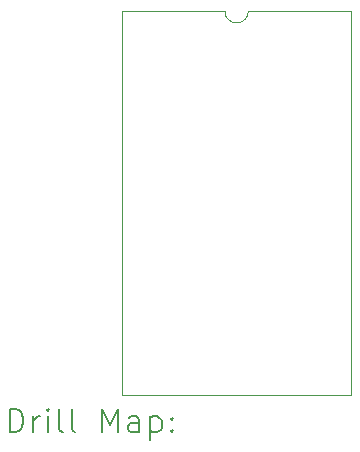
<source format=gbr>
%TF.GenerationSoftware,KiCad,Pcbnew,9.0.0*%
%TF.CreationDate,2025-03-05T17:01:48+13:00*%
%TF.ProjectId,SOIC-24_to_DIP-24_adapter,534f4943-2d32-4345-9f74-6f5f4449502d,rev?*%
%TF.SameCoordinates,Original*%
%TF.FileFunction,Drillmap*%
%TF.FilePolarity,Positive*%
%FSLAX45Y45*%
G04 Gerber Fmt 4.5, Leading zero omitted, Abs format (unit mm)*
G04 Created by KiCad (PCBNEW 9.0.0) date 2025-03-05 17:01:48*
%MOMM*%
%LPD*%
G01*
G04 APERTURE LIST*
%ADD10C,0.100000*%
%ADD11C,0.200000*%
G04 APERTURE END LIST*
D10*
X16245000Y-11700000D02*
X14300000Y-11700000D01*
X16245000Y-8450000D02*
X16245000Y-11700000D01*
X15372500Y-8450000D02*
G75*
G02*
X15172500Y-8450000I-100000J0D01*
G01*
X15172500Y-8450000D02*
X14300000Y-8450000D01*
X16245000Y-8450000D02*
X15372500Y-8450000D01*
X14300000Y-11700000D02*
X14300000Y-8450000D01*
D11*
X13352217Y-12016484D02*
X13352217Y-11816484D01*
X13352217Y-11816484D02*
X13399836Y-11816484D01*
X13399836Y-11816484D02*
X13428407Y-11826008D01*
X13428407Y-11826008D02*
X13447455Y-11845055D01*
X13447455Y-11845055D02*
X13456979Y-11864103D01*
X13456979Y-11864103D02*
X13466503Y-11902198D01*
X13466503Y-11902198D02*
X13466503Y-11930769D01*
X13466503Y-11930769D02*
X13456979Y-11968865D01*
X13456979Y-11968865D02*
X13447455Y-11987912D01*
X13447455Y-11987912D02*
X13428407Y-12006960D01*
X13428407Y-12006960D02*
X13399836Y-12016484D01*
X13399836Y-12016484D02*
X13352217Y-12016484D01*
X13552217Y-12016484D02*
X13552217Y-11883150D01*
X13552217Y-11921246D02*
X13561741Y-11902198D01*
X13561741Y-11902198D02*
X13571265Y-11892674D01*
X13571265Y-11892674D02*
X13590312Y-11883150D01*
X13590312Y-11883150D02*
X13609360Y-11883150D01*
X13676026Y-12016484D02*
X13676026Y-11883150D01*
X13676026Y-11816484D02*
X13666503Y-11826008D01*
X13666503Y-11826008D02*
X13676026Y-11835531D01*
X13676026Y-11835531D02*
X13685550Y-11826008D01*
X13685550Y-11826008D02*
X13676026Y-11816484D01*
X13676026Y-11816484D02*
X13676026Y-11835531D01*
X13799836Y-12016484D02*
X13780788Y-12006960D01*
X13780788Y-12006960D02*
X13771265Y-11987912D01*
X13771265Y-11987912D02*
X13771265Y-11816484D01*
X13904598Y-12016484D02*
X13885550Y-12006960D01*
X13885550Y-12006960D02*
X13876026Y-11987912D01*
X13876026Y-11987912D02*
X13876026Y-11816484D01*
X14133169Y-12016484D02*
X14133169Y-11816484D01*
X14133169Y-11816484D02*
X14199836Y-11959341D01*
X14199836Y-11959341D02*
X14266503Y-11816484D01*
X14266503Y-11816484D02*
X14266503Y-12016484D01*
X14447455Y-12016484D02*
X14447455Y-11911722D01*
X14447455Y-11911722D02*
X14437931Y-11892674D01*
X14437931Y-11892674D02*
X14418884Y-11883150D01*
X14418884Y-11883150D02*
X14380788Y-11883150D01*
X14380788Y-11883150D02*
X14361741Y-11892674D01*
X14447455Y-12006960D02*
X14428407Y-12016484D01*
X14428407Y-12016484D02*
X14380788Y-12016484D01*
X14380788Y-12016484D02*
X14361741Y-12006960D01*
X14361741Y-12006960D02*
X14352217Y-11987912D01*
X14352217Y-11987912D02*
X14352217Y-11968865D01*
X14352217Y-11968865D02*
X14361741Y-11949817D01*
X14361741Y-11949817D02*
X14380788Y-11940293D01*
X14380788Y-11940293D02*
X14428407Y-11940293D01*
X14428407Y-11940293D02*
X14447455Y-11930769D01*
X14542693Y-11883150D02*
X14542693Y-12083150D01*
X14542693Y-11892674D02*
X14561741Y-11883150D01*
X14561741Y-11883150D02*
X14599836Y-11883150D01*
X14599836Y-11883150D02*
X14618884Y-11892674D01*
X14618884Y-11892674D02*
X14628407Y-11902198D01*
X14628407Y-11902198D02*
X14637931Y-11921246D01*
X14637931Y-11921246D02*
X14637931Y-11978388D01*
X14637931Y-11978388D02*
X14628407Y-11997436D01*
X14628407Y-11997436D02*
X14618884Y-12006960D01*
X14618884Y-12006960D02*
X14599836Y-12016484D01*
X14599836Y-12016484D02*
X14561741Y-12016484D01*
X14561741Y-12016484D02*
X14542693Y-12006960D01*
X14723646Y-11997436D02*
X14733169Y-12006960D01*
X14733169Y-12006960D02*
X14723646Y-12016484D01*
X14723646Y-12016484D02*
X14714122Y-12006960D01*
X14714122Y-12006960D02*
X14723646Y-11997436D01*
X14723646Y-11997436D02*
X14723646Y-12016484D01*
X14723646Y-11892674D02*
X14733169Y-11902198D01*
X14733169Y-11902198D02*
X14723646Y-11911722D01*
X14723646Y-11911722D02*
X14714122Y-11902198D01*
X14714122Y-11902198D02*
X14723646Y-11892674D01*
X14723646Y-11892674D02*
X14723646Y-11911722D01*
M02*

</source>
